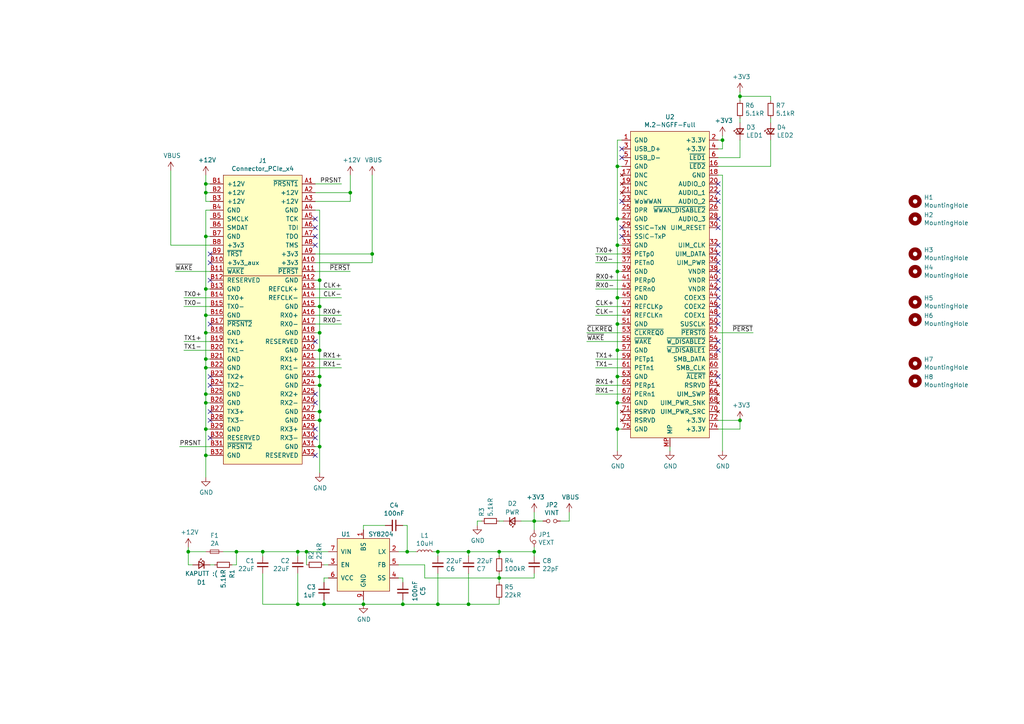
<source format=kicad_sch>
(kicad_sch (version 20250114) (generator "eeschema") (generator_version "9.0")
  (paper "A4")
  (lib_symbols
    (symbol "Device:C_Small" (pin_numbers (hide yes)) (pin_names (offset 0.254) (hide yes))
      (property "Reference" "C" (at 0.254 1.778 0))
      (property "Value" "C_Small" (at 0.254 -2.032 0))
      (symbol "C_Small_0_1"
        (polyline (pts (xy -1.524 0.508) (xy 1.524 0.508)) (stroke (width 0.3048)))
        (polyline (pts (xy -1.524 -0.508) (xy 1.524 -0.508)) (stroke (width 0.3302)))
      )
      (symbol "C_Small_1_1"
        (pin passive line (at 0 2.54 270) (length 2.032) (name "~") (number "1"))
        (pin passive line (at 0 -2.54 90) (length 2.032) (name "~") (number "2"))
      )
    )
    (symbol "Device:Fuse_Small" (pin_numbers (hide yes)) (pin_names (offset 0.254) (hide yes))
      (property "Reference" "F" (at 0 -1.524 0))
      (property "Value" "Fuse_Small" (at 0 1.524 0))
      (symbol "Fuse_Small_0_1"
        (rectangle (start -1.27 0.508) (end 1.27 -0.508))
        (polyline (pts (xy -1.27 0) (xy 1.27 0)))
      )
      (symbol "Fuse_Small_1_1"
        (pin passive line (at -2.54 0 0) (length 1.27) (name "~") (number "1"))
        (pin passive line (at 2.54 0 180) (length 1.27) (name "~") (number "2"))
      )
    )
    (symbol "Device:LED_Small" (pin_numbers (hide yes)) (pin_names (offset 0.254) (hide yes))
      (property "Reference" "D" (at -1.27 3.175 0))
      (property "Value" "LED_Small" (at -4.445 -2.54 0))
      (symbol "LED_Small_0_1"
        (polyline (pts (xy -0.762 -1.016) (xy -0.762 1.016)) (stroke (width 0.254)))
        (polyline (pts (xy 0 0.762) (xy -0.508 1.27) (xy -0.254 1.27) (xy -0.508 1.27) (xy -0.508 1.016)))
        (polyline (pts (xy 0.508 1.27) (xy 0 1.778) (xy 0.254 1.778) (xy 0 1.778) (xy 0 1.524)))
        (polyline (pts (xy 0.762 -1.016) (xy -0.762 0) (xy 0.762 1.016) (xy 0.762 -1.016)) (stroke (width 0.254)))
        (polyline (pts (xy 1.016 0) (xy -0.762 0)))
      )
      (symbol "LED_Small_1_1"
        (pin passive line (at -2.54 0 0) (length 1.778) (name "K") (number "1"))
        (pin passive line (at 2.54 0 180) (length 1.778) (name "A") (number "2"))
      )
    )
    (symbol "Device:L_Small" (pin_numbers (hide yes)) (pin_names (offset 0.254) (hide yes))
      (property "Reference" "L" (at 0.762 1.016 0))
      (property "Value" "L_Small" (at 0.762 -1.016 0))
      (symbol "L_Small_0_1"
        (arc (start 0 2.032) (mid 0.5058 1.524) (end 0 1.016))
        (arc (start 0 1.016) (mid 0.5058 0.508) (end 0 0))
        (arc (start 0 0) (mid 0.5058 -0.508) (end 0 -1.016))
        (arc (start 0 -1.016) (mid 0.5058 -1.524) (end 0 -2.032))
      )
      (symbol "L_Small_1_1"
        (pin passive line (at 0 2.54 270) (length 0.508) (name "~") (number "1"))
        (pin passive line (at 0 -2.54 90) (length 0.508) (name "~") (number "2"))
      )
    )
    (symbol "Device:R_Small" (pin_numbers (hide yes)) (pin_names (offset 0.254) (hide yes))
      (property "Reference" "R" (at 0.762 0.508 0))
      (property "Value" "R_Small" (at 0.762 -1.016 0))
      (symbol "R_Small_0_1"
        (rectangle (start -0.762 1.778) (end 0.762 -1.778) (stroke (width 0.2032)))
      )
      (symbol "R_Small_1_1"
        (pin passive line (at 0 2.54 270) (length 0.762) (name "~") (number "1"))
        (pin passive line (at 0 -2.54 90) (length 0.762) (name "~") (number "2"))
      )
    )
    (symbol "M.2-NGFF:M.2-NGFF-Full" (pin_names (offset 1.016))
      (property "Reference" "U" (at 7.62 -41.91 0))
      (property "Value" "M.2-NGFF-Full" (at 0 49.53 0))
      (symbol "M.2-NGFF-Full_1_1"
        (rectangle (start -11.43 -40.64) (end 11.43 48.26) (fill (type background)))
        (pin power_in line (at -13.97 45.72 0) (length 2.54) (name "GND") (number "1"))
        (pin bidirectional line (at -13.97 43.18 0) (length 2.54) (name "USB_D+") (number "3"))
        (pin bidirectional line (at -13.97 40.64 0) (length 2.54) (name "USB_D-") (number "5"))
        (pin power_in line (at -13.97 38.1 0) (length 2.54) (name "GND") (number "7"))
        (pin no_connect line (at -13.97 35.56 0) (length 2.54) (name "DNC") (number "17"))
        (pin no_connect line (at -13.97 33.02 0) (length 2.54) (name "DNC") (number "19"))
        (pin no_connect line (at -13.97 30.48 0) (length 2.54) (name "DNC") (number "21"))
        (pin bidirectional line (at -13.97 27.94 0) (length 2.54) (name "WoWWAN") (number "23"))
        (pin input line (at -13.97 25.4 0) (length 2.54) (name "DPR") (number "25"))
        (pin power_in line (at -13.97 22.86 0) (length 2.54) (name "GND") (number "27"))
        (pin passive line (at -13.97 20.32 0) (length 2.54) (name "SSIC-TxN") (number "29"))
        (pin passive line (at -13.97 17.78 0) (length 2.54) (name "SSIC-TxP") (number "31"))
        (pin power_in line (at -13.97 15.24 0) (length 2.54) (name "GND") (number "33"))
        (pin output line (at -13.97 12.7 0) (length 2.54) (name "PETp0") (number "35"))
        (pin output line (at -13.97 10.16 0) (length 2.54) (name "PETn0") (number "37"))
        (pin power_in line (at -13.97 7.62 0) (length 2.54) (name "GND") (number "39"))
        (pin input line (at -13.97 5.08 0) (length 2.54) (name "PERp0") (number "41"))
        (pin input line (at -13.97 2.54 0) (length 2.54) (name "PERn0") (number "43"))
        (pin power_in line (at -13.97 0 0) (length 2.54) (name "GND") (number "45"))
        (pin input line (at -13.97 -2.54 0) (length 2.54) (name "REFCLKp") (number "47"))
        (pin input line (at -13.97 -5.08 0) (length 2.54) (name "REFCLKn") (number "49"))
        (pin power_in line (at -13.97 -7.62 0) (length 2.54) (name "GND") (number "51"))
        (pin input line (at -13.97 -10.16 0) (length 2.54) (name "~{CLKREQ0}") (number "53"))
        (pin input line (at -13.97 -12.7 0) (length 2.54) (name "~{WAKE}") (number "55"))
        (pin power_in line (at -13.97 -15.24 0) (length 2.54) (name "GND") (number "57"))
        (pin output line (at -13.97 -17.78 0) (length 2.54) (name "PETp1") (number "59"))
        (pin output line (at -13.97 -20.32 0) (length 2.54) (name "PETn1") (number "61"))
        (pin power_in line (at -13.97 -22.86 0) (length 2.54) (name "GND") (number "63"))
        (pin input line (at -13.97 -25.4 0) (length 2.54) (name "PERp1") (number "65"))
        (pin input line (at -13.97 -27.94 0) (length 2.54) (name "PERn1") (number "67"))
        (pin power_in line (at -13.97 -30.48 0) (length 2.54) (name "GND") (number "69"))
        (pin no_connect line (at -13.97 -33.02 0) (length 2.54) (name "RSRVD") (number "71"))
        (pin no_connect line (at -13.97 -35.56 0) (length 2.54) (name "RSRVD") (number "73"))
        (pin power_in line (at -13.97 -38.1 0) (length 2.54) (name "GND") (number "75"))
        (pin passive line (at 0 -43.18 90) (length 2.54) (name "MP") (number "MP"))
        (pin power_in line (at 13.97 45.72 180) (length 2.54) (name "+3.3V") (number "2"))
        (pin power_in line (at 13.97 43.18 180) (length 2.54) (name "+3.3V") (number "4"))
        (pin bidirectional line (at 13.97 40.64 180) (length 2.54) (name "~{LED1}") (number "6"))
        (pin power_in line (at 13.97 38.1 180) (length 2.54) (name "~{LED2}") (number "16"))
        (pin power_in line (at 13.97 35.56 180) (length 2.54) (name "GND") (number "18"))
        (pin bidirectional line (at 13.97 33.02 180) (length 2.54) (name "AUDIO_0") (number "20"))
        (pin bidirectional line (at 13.97 30.48 180) (length 2.54) (name "AUDIO_1") (number "22"))
        (pin bidirectional line (at 13.97 27.94 180) (length 2.54) (name "AUDIO_2") (number "24"))
        (pin bidirectional line (at 13.97 25.4 180) (length 2.54) (name "~{WWAN_DISABLE2}") (number "26"))
        (pin bidirectional line (at 13.97 22.86 180) (length 2.54) (name "AUDIO_3") (number "28"))
        (pin output line (at 13.97 20.32 180) (length 2.54) (name "UIM_RESET") (number "30"))
        (pin power_out line (at 13.97 15.24 180) (length 2.54) (name "UIM_CLK") (number "32"))
        (pin bidirectional line (at 13.97 12.7 180) (length 2.54) (name "UIM_DATA") (number "34"))
        (pin power_out line (at 13.97 10.16 180) (length 2.54) (name "UIM_PWR") (number "36"))
        (pin unspecified line (at 13.97 7.62 180) (length 2.54) (name "VNDR") (number "38"))
        (pin unspecified line (at 13.97 5.08 180) (length 2.54) (name "VNDR") (number "40"))
        (pin unspecified line (at 13.97 2.54 180) (length 2.54) (name "VNDR") (number "42"))
        (pin unspecified line (at 13.97 0 180) (length 2.54) (name "COEX3") (number "44"))
        (pin unspecified line (at 13.97 -2.54 180) (length 2.54) (name "COEX2") (number "46"))
        (pin unspecified line (at 13.97 -5.08 180) (length 2.54) (name "COEX1") (number "48"))
        (pin input line (at 13.97 -7.62 180) (length 2.54) (name "SUSCLK") (number "50"))
        (pin input line (at 13.97 -10.16 180) (length 2.54) (name "~{PERST0}") (number "52"))
        (pin input line (at 13.97 -12.7 180) (length 2.54) (name "~{W_DISABLE2}") (number "54"))
        (pin input line (at 13.97 -15.24 180) (length 2.54) (name "~{W_DISABLE1}") (number "56"))
        (pin open_collector line (at 13.97 -17.78 180) (length 2.54) (name "SMB_DATA") (number "58"))
        (pin input line (at 13.97 -20.32 180) (length 2.54) (name "SMB_CLK") (number "60"))
        (pin open_collector line (at 13.97 -22.86 180) (length 2.54) (name "~{ALERT}") (number "62"))
        (pin no_connect line (at 13.97 -25.4 180) (length 2.54) (name "RSRVD") (number "64"))
        (pin no_connect line (at 13.97 -27.94 180) (length 2.54) (name "UIM_SWP") (number "66"))
        (pin no_connect line (at 13.97 -30.48 180) (length 2.54) (name "UIM_PWR_SNK") (number "68"))
        (pin no_connect line (at 13.97 -33.02 180) (length 2.54) (name "UIM_PWR_SRC") (number "70"))
        (pin power_in line (at 13.97 -35.56 180) (length 2.54) (name "+3.3V") (number "72"))
        (pin power_in line (at 13.97 -38.1 180) (length 2.54) (name "+3.3V") (number "74"))
      )
    )
    (symbol "M.2-pcie-2x-adapter-rescue:+12V-power" (power) (pin_names (offset 0))
      (property "Value" "power_+12V" (at 0 3.556 0))
      (symbol "+12V-power_0_1"
        (polyline (pts (xy -0.762 1.27) (xy 0 2.54)))
        (polyline (pts (xy 0 2.54) (xy 0.762 1.27)))
        (polyline (pts (xy 0 0) (xy 0 2.54)))
      )
      (symbol "+12V-power_1_1"
        (pin power_in line (at 0 0 90) (length 0) (hide yes) (name "+12V") (number "1"))
      )
    )
    (symbol "M.2-pcie-2x-adapter-rescue:+3V3-power" (power) (pin_names (offset 0))
      (property "Value" "power_+3V3" (at 0 3.556 0))
      (symbol "+3V3-power_0_1"
        (polyline (pts (xy -0.762 1.27) (xy 0 2.54)))
        (polyline (pts (xy 0 2.54) (xy 0.762 1.27)))
        (polyline (pts (xy 0 0) (xy 0 2.54)))
      )
      (symbol "+3V3-power_1_1"
        (pin power_in line (at 0 0 90) (length 0) (hide yes) (name "+3V3") (number "1"))
      )
    )
    (symbol "M.2-pcie-2x-adapter-rescue:GND-power" (power) (pin_names (offset 0))
      (property "Value" "power_GND" (at 0 -3.81 0))
      (symbol "GND-power_0_1"
        (polyline (pts (xy 0 0) (xy 0 -1.27) (xy 1.27 -1.27) (xy 0 -2.54) (xy -1.27 -1.27) (xy 0 -1.27)))
      )
      (symbol "GND-power_1_1"
        (pin power_in line (at 0 0 270) (length 0) (hide yes) (name "GND") (number "1"))
      )
    )
    (symbol "M.2-pcie-2x-adapter-rescue:Jumper_NC_Small-Device" (pin_numbers (hide yes)) (pin_names (offset 0.762) (hide yes))
      (property "Reference" "JP" (at 0 2.032 0))
      (property "Value" "Device_Jumper_NC_Small" (at 0.254 -1.524 0))
      (symbol "Jumper_NC_Small-Device_0_1"
        (circle (center -1.016 0) (radius 0.508))
        (arc (start -1.016 0.762) (mid 0 1.1828) (end 1.016 0.762))
        (circle (center 1.016 0) (radius 0.508))
        (pin passive line (at -2.54 0 0) (length 1.016) (name "1") (number "1"))
        (pin passive line (at 2.54 0 180) (length 1.016) (name "2") (number "2"))
      )
    )
    (symbol "M.2-pcie-2x-adapter-rescue:Jumper_NO_Small-Device" (pin_numbers (hide yes)) (pin_names (offset 0.762) (hide yes))
      (property "Reference" "JP" (at 0 2.032 0))
      (property "Value" "Device_Jumper_NO_Small" (at 0.254 -1.524 0))
      (symbol "Jumper_NO_Small-Device_0_1"
        (circle (center -1.016 0) (radius 0.508))
        (circle (center 1.016 0) (radius 0.508))
        (pin passive line (at -2.54 0 0) (length 1.016) (name "1") (number "1"))
        (pin passive line (at 2.54 0 180) (length 1.016) (name "2") (number "2"))
      )
    )
    (symbol "M.2-pcie-2x-adapter-rescue:VBUS-power" (power) (pin_names (offset 0))
      (property "Value" "power_VBUS" (at 0 3.81 0))
      (symbol "VBUS-power_0_1"
        (polyline (pts (xy -0.762 1.27) (xy 0 2.54)))
        (polyline (pts (xy 0 2.54) (xy 0.762 1.27)))
        (polyline (pts (xy 0 0) (xy 0 2.54)))
      )
      (symbol "VBUS-power_1_1"
        (pin power_in line (at 0 0 90) (length 0) (hide yes) (name "VBUS") (number "1"))
      )
    )
    (symbol "Mechanical:MountingHole" (pin_names (offset 1.016)) (exclude_from_sim yes) (in_bom no)
      (property "Reference" "H" (at 0 5.08 0))
      (property "Value" "MountingHole" (at 0 3.175 0))
      (symbol "MountingHole_0_1"
        (circle (center 0 0) (radius 1.27) (stroke (width 1.27)))
      )
    )
    (symbol "PCIe:Connector_PCIe_x4" (pin_names (offset 1.016))
      (property "Reference" "J" (at 0 44.45 0))
      (property "Value" "Connector_PCIe_x4" (at 0 44.45 0))
      (symbol "Connector_PCIe_x4_1_1"
        (rectangle (start -11.43 43.18) (end 11.43 -40.64) (fill (type background)))
        (polyline (pts (xy -11.43 13.97) (xy 11.43 13.97)))
        (pin power_in line (at -15.24 40.64 0) (length 3.81) (name "+12V") (number "B1"))
        (pin power_in line (at -15.24 38.1 0) (length 3.81) (name "+12V") (number "B2"))
        (pin power_in line (at -15.24 35.56 0) (length 3.81) (name "+12V") (number "B3"))
        (pin power_in line (at -15.24 33.02 0) (length 3.81) (name "GND") (number "B4"))
        (pin open_collector line (at -15.24 30.48 0) (length 3.81) (name "SMCLK") (number "B5"))
        (pin open_collector line (at -15.24 27.94 0) (length 3.81) (name "SMDAT") (number "B6"))
        (pin power_in line (at -15.24 25.4 0) (length 3.81) (name "GND") (number "B7"))
        (pin power_in line (at -15.24 22.86 0) (length 3.81) (name "+3v3") (number "B8"))
        (pin input line (at -15.24 20.32 0) (length 3.81) (name "~{TRST}") (number "B9"))
        (pin power_in line (at -15.24 17.78 0) (length 3.81) (name "+3v3_aux") (number "B10"))
        (pin output line (at -15.24 15.24 0) (length 3.81) (name "~{WAKE}") (number "B11"))
        (pin passive line (at -15.24 12.7 0) (length 3.81) (name "RESERVED") (number "B12"))
        (pin power_in line (at -15.24 10.16 0) (length 3.81) (name "GND") (number "B13"))
        (pin input line (at -15.24 7.62 0) (length 3.81) (name "TX0+") (number "B14"))
        (pin input line (at -15.24 5.08 0) (length 3.81) (name "TX0-") (number "B15"))
        (pin power_in line (at -15.24 2.54 0) (length 3.81) (name "GND") (number "B16"))
        (pin passive line (at -15.24 0 0) (length 3.81) (name "~{PRSNT2}") (number "B17"))
        (pin power_in line (at -15.24 -2.54 0) (length 3.81) (name "GND") (number "B18"))
        (pin input line (at -15.24 -5.08 0) (length 3.81) (name "TX1+") (number "B19"))
        (pin input line (at -15.24 -7.62 0) (length 3.81) (name "TX1-") (number "B20"))
        (pin power_in line (at -15.24 -10.16 0) (length 3.81) (name "GND") (number "B21"))
        (pin power_in line (at -15.24 -12.7 0) (length 3.81) (name "GND") (number "B22"))
        (pin input line (at -15.24 -15.24 0) (length 3.81) (name "TX2+") (number "B23"))
        (pin input line (at -15.24 -17.78 0) (length 3.81) (name "TX2-") (number "B24"))
        (pin power_in line (at -15.24 -20.32 0) (length 3.81) (name "GND") (number "B25"))
        (pin power_in line (at -15.24 -22.86 0) (length 3.81) (name "GND") (number "B26"))
        (pin input line (at -15.24 -25.4 0) (length 3.81) (name "TX3+") (number "B27"))
        (pin input line (at -15.24 -27.94 0) (length 3.81) (name "TX3-") (number "B28"))
        (pin power_in line (at -15.24 -30.48 0) (length 3.81) (name "GND") (number "B29"))
        (pin passive line (at -15.24 -33.02 0) (length 3.81) (name "RESERVED") (number "B30"))
        (pin passive line (at -15.24 -35.56 0) (length 3.81) (name "~{PRSNT2}") (number "B31"))
        (pin power_in line (at -15.24 -38.1 0) (length 3.81) (name "GND") (number "B32"))
        (pin passive line (at 15.24 40.64 180) (length 3.81) (name "~{PRSNT1}") (number "A1"))
        (pin power_in line (at 15.24 38.1 180) (length 3.81) (name "+12V") (number "A2"))
        (pin power_in line (at 15.24 35.56 180) (length 3.81) (name "+12V") (number "A3"))
        (pin power_in line (at 15.24 33.02 180) (length 3.81) (name "GND") (number "A4"))
        (pin input line (at 15.24 30.48 180) (length 3.81) (name "TCK") (number "A5"))
        (pin input line (at 15.24 27.94 180) (length 3.81) (name "TDI") (number "A6"))
        (pin output line (at 15.24 25.4 180) (length 3.81) (name "TDO") (number "A7"))
        (pin input line (at 15.24 22.86 180) (length 3.81) (name "TMS") (number "A8"))
        (pin power_in line (at 15.24 20.32 180) (length 3.81) (name "+3v3") (number "A9"))
        (pin power_in line (at 15.24 17.78 180) (length 3.81) (name "+3v3") (number "A10"))
        (pin input line (at 15.24 15.24 180) (length 3.81) (name "~{PERST}") (number "A11"))
        (pin power_in line (at 15.24 12.7 180) (length 3.81) (name "GND") (number "A12"))
        (pin input line (at 15.24 10.16 180) (length 3.81) (name "REFCLK+") (number "A13"))
        (pin input line (at 15.24 7.62 180) (length 3.81) (name "REFCLK-") (number "A14"))
        (pin power_in line (at 15.24 5.08 180) (length 3.81) (name "GND") (number "A15"))
        (pin output line (at 15.24 2.54 180) (length 3.81) (name "RX0+") (number "A16"))
        (pin output line (at 15.24 0 180) (length 3.81) (name "RX0-") (number "A17"))
        (pin power_in line (at 15.24 -2.54 180) (length 3.81) (name "GND") (number "A18"))
        (pin passive line (at 15.24 -5.08 180) (length 3.81) (name "RESERVED") (number "A19"))
        (pin power_in line (at 15.24 -7.62 180) (length 3.81) (name "GND") (number "A20"))
        (pin output line (at 15.24 -10.16 180) (length 3.81) (name "RX1+") (number "A21"))
        (pin output line (at 15.24 -12.7 180) (length 3.81) (name "RX1-") (number "A22"))
        (pin power_in line (at 15.24 -15.24 180) (length 3.81) (name "GND") (number "A23"))
        (pin power_in line (at 15.24 -17.78 180) (length 3.81) (name "GND") (number "A24"))
        (pin output line (at 15.24 -20.32 180) (length 3.81) (name "RX2+") (number "A25"))
        (pin output line (at 15.24 -22.86 180) (length 3.81) (name "RX2-") (number "A26"))
        (pin power_in line (at 15.24 -25.4 180) (length 3.81) (name "GND") (number "A27"))
        (pin power_in line (at 15.24 -27.94 180) (length 3.81) (name "GND") (number "A28"))
        (pin output line (at 15.24 -30.48 180) (length 3.81) (name "RX3+") (number "A29"))
        (pin output line (at 15.24 -33.02 180) (length 3.81) (name "RX3-") (number "A30"))
        (pin power_in line (at 15.24 -35.56 180) (length 3.81) (name "GND") (number "A31"))
        (pin passive line (at 15.24 -38.1 180) (length 3.81) (name "RESERVED") (number "A32"))
      )
    )
    (symbol "Regulator_Switching_Silergy:SY8204" (pin_names (offset 1.016))
      (property "Reference" "U" (at -5.08 8.89 0))
      (property "Value" "SY8204" (at 5.08 8.89 0))
      (symbol "SY8204_0_1"
        (rectangle (start -7.62 7.62) (end 7.62 -7.62) (fill (type background)))
      )
      (symbol "SY8204_1_1"
        (pin power_in line (at -10.16 3.81 0) (length 2.54) (name "VIN") (number "7"))
        (pin power_in line (at -10.16 3.81 0) (length 2.54) (hide yes) (name "VIN") (number "8"))
        (pin input line (at -10.16 0 0) (length 2.54) (name "EN") (number "3"))
        (pin power_out line (at -10.16 -3.81 0) (length 2.54) (name "VCC") (number "6"))
        (pin input line (at 0 10.16 270) (length 2.54) (name "BS") (number "1"))
        (pin power_in line (at 0 -10.16 90) (length 2.54) (name "GND") (number "9"))
        (pin output line (at 10.16 3.81 180) (length 2.54) (name "LX") (number "2"))
        (pin input line (at 10.16 0 180) (length 2.54) (name "FB") (number "5"))
        (pin input line (at 10.16 -3.81 180) (length 2.54) (name "SS") (number "4"))
      )
    )
  )
  (junction (at 92.71 81.28))
  (junction (at 144.78 160.02))
  (junction (at 92.71 129.54))
  (junction (at 59.69 55.88))
  (junction (at 92.71 119.38))
  (junction (at 59.69 116.84))
  (junction (at 54.61 160.02))
  (junction (at 179.07 124.46))
  (junction (at 214.63 27.94))
  (junction (at 179.07 78.74))
  (junction (at 59.69 104.14))
  (junction (at 59.69 114.3))
  (junction (at 154.94 160.02))
  (junction (at 76.2 160.02))
  (junction (at 92.71 111.76))
  (junction (at 105.41 175.26))
  (junction (at 179.07 101.6))
  (junction (at 86.36 160.02))
  (junction (at 88.9 160.02))
  (junction (at 101.6 55.88))
  (junction (at 92.71 88.9))
  (junction (at 93.98 175.26))
  (junction (at 135.89 175.26))
  (junction (at 179.07 116.84))
  (junction (at 86.36 175.26))
  (junction (at 118.11 160.02))
  (junction (at 59.69 68.58))
  (junction (at 59.69 53.34))
  (junction (at 59.69 83.82))
  (junction (at 59.69 106.68))
  (junction (at 59.69 91.44))
  (junction (at 107.95 73.66))
  (junction (at 92.71 121.92))
  (junction (at 179.07 93.98))
  (junction (at 179.07 63.5))
  (junction (at 135.89 160.02))
  (junction (at 116.84 175.26))
  (junction (at 92.71 109.22))
  (junction (at 59.69 132.08))
  (junction (at 59.69 96.52))
  (junction (at 127 160.02))
  (junction (at 179.07 71.12))
  (junction (at 144.78 167.64))
  (junction (at 59.69 124.46))
  (junction (at 92.71 101.6))
  (junction (at 214.63 121.92))
  (junction (at 179.07 86.36))
  (junction (at 68.58 160.02))
  (junction (at 209.55 40.64))
  (junction (at 179.07 109.22))
  (junction (at 179.07 48.26))
  (junction (at 154.94 151.13))
  (junction (at 127 175.26))
  (junction (at 92.71 96.52))
  (no_connect (at 60.96 93.98))
  (no_connect (at 208.28 71.12))
  (no_connect (at 208.28 58.42))
  (no_connect (at 208.28 76.2))
  (no_connect (at 60.96 109.22))
  (no_connect (at 208.28 93.98))
  (no_connect (at 180.34 45.72))
  (no_connect (at 91.44 63.5))
  (no_connect (at 60.96 73.66))
  (no_connect (at 208.28 53.34))
  (no_connect (at 208.28 73.66))
  (no_connect (at 91.44 66.04))
  (no_connect (at 60.96 127))
  (no_connect (at 91.44 124.46))
  (no_connect (at 60.96 119.38))
  (no_connect (at 208.28 81.28))
  (no_connect (at 208.28 63.5))
  (no_connect (at 208.28 78.74))
  (no_connect (at 208.28 91.44))
  (no_connect (at 91.44 71.12))
  (no_connect (at 91.44 127))
  (no_connect (at 60.96 111.76))
  (no_connect (at 208.28 88.9))
  (no_connect (at 60.96 76.2))
  (no_connect (at 180.34 58.42))
  (no_connect (at 91.44 116.84))
  (no_connect (at 208.28 55.88))
  (no_connect (at 60.96 121.92))
  (no_connect (at 208.28 101.6))
  (no_connect (at 208.28 99.06))
  (no_connect (at 91.44 99.06))
  (no_connect (at 208.28 83.82))
  (no_connect (at 91.44 68.58))
  (no_connect (at 208.28 86.36))
  (no_connect (at 91.44 114.3))
  (no_connect (at 91.44 132.08))
  (no_connect (at 208.28 109.22))
  (no_connect (at 180.34 43.18))
  (no_connect (at 60.96 81.28))
  (no_connect (at 180.34 66.04))
  (no_connect (at 208.28 66.04))
  (no_connect (at 180.34 68.58))
  (wire (pts (xy 59.69 106.68) (xy 60.96 106.68)))
  (wire (pts (xy 59.69 124.46) (xy 60.96 124.46)))
  (wire (pts (xy 101.6 58.42) (xy 91.44 58.42)))
  (wire (pts (xy 59.69 83.82) (xy 60.96 83.82)))
  (wire (pts (xy 52.07 129.54) (xy 60.96 129.54)))
  (wire (pts (xy 144.78 151.13) (xy 146.05 151.13)))
  (wire (pts (xy 91.44 55.88) (xy 101.6 55.88)))
  (wire (pts (xy 92.71 88.9) (xy 92.71 81.28)))
  (wire (pts (xy 68.58 163.83) (xy 68.58 160.02)))
  (wire (pts (xy 92.71 101.6) (xy 91.44 101.6)))
  (wire (pts (xy 54.61 160.02) (xy 59.69 160.02)))
  (wire (pts (xy 91.44 76.2) (xy 107.95 76.2)))
  (wire (pts (xy 179.07 71.12) (xy 179.07 63.5)))
  (wire (pts (xy 172.72 88.9) (xy 180.34 88.9)))
  (wire (pts (xy 214.63 45.72) (xy 214.63 40.64)))
  (wire (pts (xy 116.84 175.26) (xy 127 175.26)))
  (wire (pts (xy 172.72 106.68) (xy 180.34 106.68)))
  (wire (pts (xy 55.88 163.83) (xy 54.61 163.83)))
  (wire (pts (xy 179.07 48.26) (xy 179.07 40.64)))
  (wire (pts (xy 115.57 167.64) (xy 116.84 167.64)))
  (wire (pts (xy 223.52 48.26) (xy 223.52 40.64)))
  (wire (pts (xy 138.43 151.13) (xy 138.43 152.4)))
  (wire (pts (xy 93.98 163.83) (xy 95.25 163.83)))
  (wire (pts (xy 172.72 76.2) (xy 180.34 76.2)))
  (wire (pts (xy 92.71 109.22) (xy 92.71 101.6)))
  (wire (pts (xy 92.71 129.54) (xy 92.71 121.92)))
  (wire (pts (xy 179.07 86.36) (xy 180.34 86.36)))
  (wire (pts (xy 93.98 175.26) (xy 86.36 175.26)))
  (wire (pts (xy 59.69 116.84) (xy 60.96 116.84)))
  (wire (pts (xy 92.71 96.52) (xy 92.71 88.9)))
  (wire (pts (xy 59.69 53.34) (xy 60.96 53.34)))
  (wire (pts (xy 135.89 160.02) (xy 144.78 160.02)))
  (wire (pts (xy 92.71 88.9) (xy 91.44 88.9)))
  (wire (pts (xy 209.55 43.18) (xy 208.28 43.18)))
  (wire (pts (xy 59.69 132.08) (xy 59.69 124.46)))
  (wire (pts (xy 59.69 104.14) (xy 60.96 104.14)))
  (wire (pts (xy 154.94 151.13) (xy 154.94 148.59)))
  (wire (pts (xy 59.69 50.8) (xy 59.69 53.34)))
  (wire (pts (xy 101.6 78.74) (xy 91.44 78.74)))
  (wire (pts (xy 107.95 50.8) (xy 107.95 73.66)))
  (wire (pts (xy 214.63 121.92) (xy 214.63 124.46)))
  (wire (pts (xy 59.69 91.44) (xy 59.69 83.82)))
  (wire (pts (xy 208.28 40.64) (xy 209.55 40.64)))
  (wire (pts (xy 115.57 160.02) (xy 118.11 160.02)))
  (wire (pts (xy 88.9 163.83) (xy 88.9 160.02)))
  (wire (pts (xy 68.58 160.02) (xy 76.2 160.02)))
  (wire (pts (xy 135.89 175.26) (xy 135.89 166.37)))
  (wire (pts (xy 64.77 160.02) (xy 68.58 160.02)))
  (wire (pts (xy 59.69 104.14) (xy 59.69 96.52)))
  (wire (pts (xy 135.89 160.02) (xy 135.89 161.29)))
  (wire (pts (xy 92.71 121.92) (xy 92.71 119.38)))
  (wire (pts (xy 154.94 158.75) (xy 154.94 160.02)))
  (wire (pts (xy 92.71 81.28) (xy 92.71 60.96)))
  (wire (pts (xy 180.34 116.84) (xy 179.07 116.84)))
  (wire (pts (xy 179.07 86.36) (xy 179.07 78.74)))
  (wire (pts (xy 179.07 40.64) (xy 180.34 40.64)))
  (wire (pts (xy 93.98 175.26) (xy 105.41 175.26)))
  (wire (pts (xy 179.07 93.98) (xy 179.07 86.36)))
  (wire (pts (xy 165.1 148.59) (xy 165.1 151.13)))
  (wire (pts (xy 92.71 81.28) (xy 91.44 81.28)))
  (wire (pts (xy 116.84 167.64) (xy 116.84 168.91)))
  (wire (pts (xy 76.2 160.02) (xy 76.2 161.29)))
  (wire (pts (xy 60.96 86.36) (xy 53.34 86.36)))
  (wire (pts (xy 76.2 175.26) (xy 76.2 166.37)))
  (wire (pts (xy 179.07 101.6) (xy 179.07 93.98)))
  (wire (pts (xy 157.48 151.13) (xy 154.94 151.13)))
  (wire (pts (xy 144.78 160.02) (xy 154.94 160.02)))
  (wire (pts (xy 92.71 111.76) (xy 92.71 109.22)))
  (wire (pts (xy 144.78 167.64) (xy 154.94 167.64)))
  (wire (pts (xy 118.11 160.02) (xy 120.65 160.02)))
  (wire (pts (xy 59.69 55.88) (xy 59.69 58.42)))
  (wire (pts (xy 209.55 40.64) (xy 209.55 43.18)))
  (wire (pts (xy 92.71 121.92) (xy 91.44 121.92)))
  (wire (pts (xy 92.71 101.6) (xy 92.71 96.52)))
  (wire (pts (xy 107.95 76.2) (xy 107.95 73.66)))
  (wire (pts (xy 86.36 160.02) (xy 76.2 160.02)))
  (wire (pts (xy 135.89 175.26) (xy 144.78 175.26)))
  (wire (pts (xy 62.23 163.83) (xy 60.96 163.83)))
  (wire (pts (xy 59.69 91.44) (xy 60.96 91.44)))
  (wire (pts (xy 91.44 91.44) (xy 99.06 91.44)))
  (wire (pts (xy 179.07 71.12) (xy 180.34 71.12)))
  (wire (pts (xy 92.71 109.22) (xy 91.44 109.22)))
  (wire (pts (xy 154.94 167.64) (xy 154.94 166.37)))
  (wire (pts (xy 99.06 93.98) (xy 91.44 93.98)))
  (wire (pts (xy 180.34 73.66) (xy 172.72 73.66)))
  (wire (pts (xy 59.69 132.08) (xy 60.96 132.08)))
  (wire (pts (xy 127 175.26) (xy 135.89 175.26)))
  (wire (pts (xy 144.78 167.64) (xy 144.78 168.91)))
  (wire (pts (xy 144.78 175.26) (xy 144.78 173.99)))
  (wire (pts (xy 179.07 78.74) (xy 180.34 78.74)))
  (wire (pts (xy 179.07 63.5) (xy 179.07 48.26)))
  (wire (pts (xy 99.06 53.34) (xy 91.44 53.34)))
  (wire (pts (xy 218.44 96.52) (xy 208.28 96.52)))
  (wire (pts (xy 91.44 106.68) (xy 99.06 106.68)))
  (wire (pts (xy 99.06 86.36) (xy 91.44 86.36)))
  (wire (pts (xy 179.07 116.84) (xy 179.07 124.46)))
  (wire (pts (xy 92.71 119.38) (xy 92.71 111.76)))
  (wire (pts (xy 92.71 111.76) (xy 91.44 111.76)))
  (wire (pts (xy 165.1 151.13) (xy 162.56 151.13)))
  (wire (pts (xy 127 160.02) (xy 125.73 160.02)))
  (wire (pts (xy 54.61 163.83) (xy 54.61 160.02)))
  (wire (pts (xy 194.31 130.81) (xy 194.31 129.54)))
  (wire (pts (xy 101.6 55.88) (xy 101.6 58.42)))
  (wire (pts (xy 179.07 63.5) (xy 180.34 63.5)))
  (wire (pts (xy 60.96 99.06) (xy 53.34 99.06)))
  (wire (pts (xy 59.69 68.58) (xy 60.96 68.58)))
  (wire (pts (xy 116.84 173.99) (xy 116.84 175.26)))
  (wire (pts (xy 67.31 163.83) (xy 68.58 163.83)))
  (wire (pts (xy 49.53 71.12) (xy 60.96 71.12)))
  (wire (pts (xy 127 160.02) (xy 135.89 160.02)))
  (wire (pts (xy 92.71 129.54) (xy 91.44 129.54)))
  (wire (pts (xy 53.34 88.9) (xy 60.96 88.9)))
  (wire (pts (xy 92.71 137.16) (xy 92.71 129.54)))
  (wire (pts (xy 151.13 151.13) (xy 154.94 151.13)))
  (wire (pts (xy 179.07 130.81) (xy 179.07 124.46)))
  (wire (pts (xy 59.69 138.43) (xy 59.69 132.08)))
  (wire (pts (xy 59.69 124.46) (xy 59.69 116.84)))
  (wire (pts (xy 59.69 58.42) (xy 60.96 58.42)))
  (wire (pts (xy 93.98 167.64) (xy 93.98 168.91)))
  (wire (pts (xy 59.69 60.96) (xy 60.96 60.96)))
  (wire (pts (xy 60.96 55.88) (xy 59.69 55.88)))
  (wire (pts (xy 59.69 116.84) (xy 59.69 114.3)))
  (wire (pts (xy 92.71 96.52) (xy 91.44 96.52)))
  (wire (pts (xy 60.96 101.6) (xy 53.34 101.6)))
  (wire (pts (xy 209.55 39.37) (xy 209.55 40.64)))
  (wire (pts (xy 208.28 48.26) (xy 223.52 48.26)))
  (wire (pts (xy 144.78 160.02) (xy 144.78 161.29)))
  (wire (pts (xy 127 161.29) (xy 127 160.02)))
  (wire (pts (xy 59.69 96.52) (xy 59.69 91.44)))
  (wire (pts (xy 154.94 160.02) (xy 154.94 161.29)))
  (wire (pts (xy 223.52 34.29) (xy 223.52 35.56)))
  (wire (pts (xy 54.61 158.75) (xy 54.61 160.02)))
  (wire (pts (xy 214.63 27.94) (xy 214.63 29.21)))
  (wire (pts (xy 214.63 26.67) (xy 214.63 27.94)))
  (wire (pts (xy 180.34 104.14) (xy 172.72 104.14)))
  (wire (pts (xy 115.57 163.83) (xy 123.19 163.83)))
  (wire (pts (xy 107.95 73.66) (xy 91.44 73.66)))
  (wire (pts (xy 123.19 167.64) (xy 144.78 167.64)))
  (wire (pts (xy 179.07 109.22) (xy 179.07 101.6)))
  (wire (pts (xy 172.72 114.3) (xy 180.34 114.3)))
  (wire (pts (xy 99.06 83.82) (xy 91.44 83.82)))
  (wire (pts (xy 88.9 160.02) (xy 86.36 160.02)))
  (wire (pts (xy 179.07 48.26) (xy 180.34 48.26)))
  (wire (pts (xy 59.69 114.3) (xy 59.69 106.68)))
  (wire (pts (xy 91.44 104.14) (xy 99.06 104.14)))
  (wire (pts (xy 208.28 45.72) (xy 214.63 45.72)))
  (wire (pts (xy 59.69 83.82) (xy 59.69 68.58)))
  (wire (pts (xy 223.52 27.94) (xy 223.52 29.21)))
  (wire (pts (xy 101.6 50.8) (xy 101.6 55.88)))
  (wire (pts (xy 209.55 50.8) (xy 208.28 50.8)))
  (wire (pts (xy 179.07 116.84) (xy 179.07 109.22)))
  (wire (pts (xy 154.94 153.67) (xy 154.94 151.13)))
  (wire (pts (xy 92.71 119.38) (xy 91.44 119.38)))
  (wire (pts (xy 59.69 106.68) (xy 59.69 104.14)))
  (wire (pts (xy 139.7 151.13) (xy 138.43 151.13)))
  (wire (pts (xy 105.41 173.99) (xy 105.41 175.26)))
  (wire (pts (xy 209.55 130.81) (xy 209.55 50.8)))
  (wire (pts (xy 214.63 27.94) (xy 223.52 27.94)))
  (wire (pts (xy 179.07 93.98) (xy 180.34 93.98)))
  (wire (pts (xy 59.69 68.58) (xy 59.69 60.96)))
  (wire (pts (xy 180.34 111.76) (xy 172.72 111.76)))
  (wire (pts (xy 111.76 152.4) (xy 105.41 152.4)))
  (wire (pts (xy 208.28 121.92) (xy 214.63 121.92)))
  (wire (pts (xy 59.69 96.52) (xy 60.96 96.52)))
  (wire (pts (xy 170.18 99.06) (xy 180.34 99.06)))
  (wire (pts (xy 172.72 83.82) (xy 180.34 83.82)))
  (wire (pts (xy 127 175.26) (xy 127 166.37)))
  (wire (pts (xy 86.36 175.26) (xy 86.36 166.37)))
  (wire (pts (xy 179.07 78.74) (xy 179.07 71.12)))
  (wire (pts (xy 172.72 91.44) (xy 180.34 91.44)))
  (wire (pts (xy 118.11 152.4) (xy 116.84 152.4)))
  (wire (pts (xy 105.41 152.4) (xy 105.41 153.67)))
  (wire (pts (xy 93.98 175.26) (xy 93.98 173.99)))
  (wire (pts (xy 214.63 124.46) (xy 208.28 124.46)))
  (wire (pts (xy 49.53 49.53) (xy 49.53 71.12)))
  (wire (pts (xy 179.07 124.46) (xy 180.34 124.46)))
  (wire (pts (xy 59.69 114.3) (xy 60.96 114.3)))
  (wire (pts (xy 180.34 81.28) (xy 172.72 81.28)))
  (wire (pts (xy 170.18 96.52) (xy 180.34 96.52)))
  (wire (pts (xy 86.36 175.26) (xy 76.2 175.26)))
  (wire (pts (xy 92.71 60.96) (xy 91.44 60.96)))
  (wire (pts (xy 95.25 160.02) (xy 88.9 160.02)))
  (wire (pts (xy 123.19 163.83) (xy 123.19 167.64)))
  (wire (pts (xy 214.63 35.56) (xy 214.63 34.29)))
  (wire (pts (xy 50.8 78.74) (xy 60.96 78.74)))
  (wire (pts (xy 179.07 109.22) (xy 180.34 109.22)))
  (wire (pts (xy 180.34 101.6) (xy 179.07 101.6)))
  (wire (pts (xy 59.69 53.34) (xy 59.69 55.88)))
  (wire (pts (xy 86.36 160.02) (xy 86.36 161.29)))
  (wire (pts (xy 95.25 167.64) (xy 93.98 167.64)))
  (wire (pts (xy 118.11 160.02) (xy 118.11 152.4)))
  (wire (pts (xy 105.41 175.26) (xy 116.84 175.26)))
  (wire (pts (xy 144.78 166.37) (xy 144.78 167.64)))
  (label "~{PERST}" (at 218.44 96.52 180))
  (label "~{CLKREQ}" (at 170.18 96.52 0))
  (label "CLK-" (at 99.06 86.36 180))
  (label "~{WAKE}" (at 170.18 99.06 0))
  (label "RX1-" (at 172.72 114.3 0))
  (label "TX1+" (at 53.34 99.06 0))
  (label "TX1-" (at 53.34 101.6 0))
  (label "PRSNT" (at 52.07 129.54 0))
  (label "TX0-" (at 53.34 88.9 0))
  (label "RX1+" (at 99.06 104.14 180))
  (label "RX0-" (at 172.72 83.82 0))
  (label "TX0-" (at 172.72 76.2 0))
  (label "TX1-" (at 172.72 106.68 0))
  (label "RX0+" (at 172.72 81.28 0))
  (label "CLK+" (at 172.72 88.9 0))
  (label "PRSNT" (at 99.06 53.34 180))
  (label "CLK+" (at 99.06 83.82 180))
  (label "RX0+" (at 99.06 91.44 180))
  (label "~{PERST}" (at 101.6 78.74 180))
  (label "TX0+" (at 53.34 86.36 0))
  (label "RX1+" (at 172.72 111.76 0))
  (label "~{WAKE}" (at 50.8 78.74 0))
  (label "CLK-" (at 172.72 91.44 0))
  (label "RX1-" (at 99.06 106.68 180))
  (label "TX0+" (at 172.72 73.66 0))
  (label "TX1+" (at 172.72 104.14 0))
  (label "RX0-" (at 99.06 93.98 180))
  (symbol (lib_id "M.2-NGFF:M.2-NGFF-Full") (at 194.31 86.36 0) (unit 1)
    (property "Reference" "U2" (at 194.31 33.909 0))
    (property "Value" "M.2-NGFF-Full" (at 194.31 36.2204 0))
    (property "Footprint" "amphenol-m.2:MDTXXXXXX001" (effects (hide yes)))
  )
  (symbol (lib_id "PCIe:Connector_PCIe_x4") (at 76.2 93.98 0) (unit 1)
    (property "Reference" "J1" (at 76.2 46.609 0))
    (property "Value" "Connector_PCIe_x4" (at 76.2 48.9204 0))
    (property "Footprint" "Connector_PCBEdge:BUS_PCIexpress_x4" (effects (hide yes)))
  )
  (symbol (lib_id "M.2-pcie-2x-adapter-rescue:+12V-power") (at 101.6 50.8 0) (unit 1)
    (property "Reference" "#PWR0101" (effects (hide yes)))
    (property "Value" "+12V" (at 101.981 46.4058 0))
  )
  (symbol (lib_id "M.2-pcie-2x-adapter-rescue:+12V-power") (at 59.69 50.8 0) (unit 1)
    (property "Reference" "#PWR0102" (effects (hide yes)))
    (property "Value" "+12V" (at 60.071 46.4058 0))
  )
  (symbol (lib_id "M.2-pcie-2x-adapter-rescue:+3V3-power") (at 209.55 39.37 0) (unit 1)
    (property "Reference" "#PWR0103" (effects (hide yes)))
    (property "Value" "+3V3" (at 209.931 34.9758 0))
  )
  (symbol (lib_id "M.2-pcie-2x-adapter-rescue:+3V3-power") (at 214.63 121.92 0) (unit 1)
    (property "Reference" "#PWR0104" (effects (hide yes)))
    (property "Value" "+3V3" (at 215.011 117.5258 0))
  )
  (symbol (lib_id "M.2-pcie-2x-adapter-rescue:GND-power") (at 179.07 130.81 0) (unit 1)
    (property "Reference" "#PWR0105" (effects (hide yes)))
    (property "Value" "GND" (at 179.197 135.2042 0))
  )
  (symbol (lib_id "M.2-pcie-2x-adapter-rescue:GND-power") (at 209.55 130.81 0) (unit 1)
    (property "Reference" "#PWR0106" (effects (hide yes)))
    (property "Value" "GND" (at 209.677 135.2042 0))
  )
  (symbol (lib_id "M.2-pcie-2x-adapter-rescue:GND-power") (at 92.71 137.16 0) (unit 1)
    (property "Reference" "#PWR0107" (effects (hide yes)))
    (property "Value" "GND" (at 92.837 141.5542 0))
  )
  (symbol (lib_id "M.2-pcie-2x-adapter-rescue:GND-power") (at 59.69 138.43 0) (unit 1)
    (property "Reference" "#PWR0108" (effects (hide yes)))
    (property "Value" "GND" (at 59.817 142.8242 0))
  )
  (symbol (lib_id "M.2-pcie-2x-adapter-rescue:GND-power") (at 194.31 130.81 0) (unit 1)
    (property "Reference" "#PWR0109" (effects (hide yes)))
    (property "Value" "GND" (at 194.437 135.2042 0))
  )
  (symbol (lib_id "Device:LED_Small") (at 214.63 38.1 90) (unit 1)
    (property "Reference" "D3" (at 216.408 36.9316 90) (effects (justify right)))
    (property "Value" "LED1" (at 216.408 39.243 90) (effects (justify right)))
    (property "Footprint" "LED_SMD:LED_0603_1608Metric" (effects (hide yes)))
    (property "LCSC" "C72038" (effects (hide yes)))
  )
  (symbol (lib_id "Device:LED_Small") (at 223.52 38.1 90) (unit 1)
    (property "Reference" "D4" (at 225.298 36.9316 90) (effects (justify right)))
    (property "Value" "LED2" (at 225.298 39.243 90) (effects (justify right)))
    (property "Footprint" "LED_SMD:LED_0603_1608Metric" (effects (hide yes)))
    (property "LCSC" "C2290" (effects (hide yes)))
  )
  (symbol (lib_id "Device:R_Small") (at 214.63 31.75 0) (unit 1)
    (property "Reference" "R6" (at 216.1286 30.5816 0) (effects (justify left)))
    (property "Value" "5.1kR" (at 216.1286 32.893 0) (effects (justify left)))
    (property "Footprint" "Resistor_SMD:R_0402_1005Metric" (effects (hide yes)))
    (property "LCSC" "C25905" (effects (hide yes)))
  )
  (symbol (lib_id "M.2-pcie-2x-adapter-rescue:+3V3-power") (at 214.63 26.67 0) (unit 1)
    (property "Reference" "#PWR0110" (effects (hide yes)))
    (property "Value" "+3V3" (at 215.011 22.2758 0))
  )
  (symbol (lib_id "Regulator_Switching_Silergy:SY8204") (at 105.41 163.83 0) (unit 1)
    (property "Reference" "U1" (at 100.33 154.94 0))
    (property "Value" "SY8204" (at 110.49 154.94 0))
    (property "Footprint" "Package_SO:HSOP-8-1EP_3.9x4.9mm_P1.27mm_EP2.41x3.1mm_ThermalVias" (effects (hide yes)))
    (property "Datasheet" "https://datasheet.lcsc.com/szlcsc/Silergy-Corp-SY8204FCC_C125895.pdf" (effects (hide yes)))
    (property "LCSC" "C125895" (effects (hide yes)))
  )
  (symbol (lib_id "Device:L_Small") (at 123.19 160.02 90) (unit 1)
    (property "Reference" "L1" (at 123.19 155.321 90))
    (property "Value" "10uH" (at 123.19 157.6324 90))
    (property "Footprint" "Inductor_SMD:L_Sumida_CDMC6D28_7.25x6.5mm" (effects (hide yes)))
    (property "LCSC" "C167223" (effects (hide yes)))
  )
  (symbol (lib_id "Device:C_Small") (at 114.3 152.4 270) (unit 1)
    (property "Reference" "C4" (at 114.3 146.5834 90))
    (property "Value" "100nF" (at 114.3 148.8948 90))
    (property "Footprint" "Capacitor_SMD:C_0402_1005Metric" (effects (hide yes)))
    (property "LSCS" "C1525" (effects (hide yes)))
  )
  (symbol (lib_id "Device:C_Small") (at 86.36 163.83 0) (mirror x) (unit 1)
    (property "Reference" "C2" (at 84.0486 162.6616 0) (effects (justify right)))
    (property "Value" "22uF" (at 84.0486 164.973 0) (effects (justify right)))
    (property "Footprint" "Capacitor_SMD:C_0805_2012Metric" (effects (hide yes)))
    (property "LCSC" "C45783" (effects (hide yes)))
  )
  (symbol (lib_id "Device:C_Small") (at 76.2 163.83 0) (mirror x) (unit 1)
    (property "Reference" "C1" (at 73.8886 162.6616 0) (effects (justify right)))
    (property "Value" "22uF" (at 73.8886 164.973 0) (effects (justify right)))
    (property "Footprint" "Capacitor_SMD:C_0805_2012Metric" (effects (hide yes)))
    (property "LCSC" "C45783" (effects (hide yes)))
  )
  (symbol (lib_id "Device:C_Small") (at 93.98 171.45 0) (mirror x) (unit 1)
    (property "Reference" "C3" (at 91.6432 170.2816 0) (effects (justify right)))
    (property "Value" "1uF" (at 91.6432 172.593 0) (effects (justify right)))
    (property "Footprint" "Capacitor_SMD:C_0402_1005Metric" (effects (hide yes)))
    (property "LCSC" "C52923" (effects (hide yes)))
  )
  (symbol (lib_id "M.2-pcie-2x-adapter-rescue:GND-power") (at 105.41 175.26 0) (unit 1)
    (property "Reference" "#PWR0111" (effects (hide yes)))
    (property "Value" "GND" (at 105.537 179.6542 0))
  )
  (symbol (lib_id "Device:C_Small") (at 127 163.83 0) (mirror y) (unit 1)
    (property "Reference" "C6" (at 129.3114 164.9984 0) (effects (justify right)))
    (property "Value" "22uF" (at 129.3114 162.687 0) (effects (justify right)))
    (property "Footprint" "Capacitor_SMD:C_0805_2012Metric" (effects (hide yes)))
    (property "LCSC" "C45783" (effects (hide yes)))
  )
  (symbol (lib_id "Device:C_Small") (at 116.84 171.45 180) (unit 1)
    (property "Reference" "C5" (at 122.6566 171.45 90))
    (property "Value" "100nF" (at 120.3452 171.45 90))
    (property "Footprint" "Capacitor_SMD:C_0402_1005Metric" (effects (hide yes)))
    (property "LSCS" "C1525" (effects (hide yes)))
  )
  (symbol (lib_id "Device:C_Small") (at 135.89 163.83 0) (mirror y) (unit 1)
    (property "Reference" "C7" (at 138.2014 164.9984 0) (effects (justify right)))
    (property "Value" "22uF" (at 138.2014 162.687 0) (effects (justify right)))
    (property "Footprint" "Capacitor_SMD:C_0805_2012Metric" (effects (hide yes)))
    (property "LCSC" "C45783" (effects (hide yes)))
  )
  (symbol (lib_id "Device:R_Small") (at 144.78 163.83 0) (unit 1)
    (property "Reference" "R4" (at 146.2786 162.6616 0) (effects (justify left)))
    (property "Value" "100kR" (at 146.2786 164.973 0) (effects (justify left)))
    (property "Footprint" "Resistor_SMD:R_0402_1005Metric" (effects (hide yes)))
    (property "LCSC" "C25741" (effects (hide yes)))
  )
  (symbol (lib_id "Device:R_Small") (at 144.78 171.45 0) (unit 1)
    (property "Reference" "R5" (at 146.2786 170.2816 0) (effects (justify left)))
    (property "Value" "22kR" (at 146.2786 172.593 0) (effects (justify left)))
    (property "Footprint" "Resistor_SMD:R_0402_1005Metric" (effects (hide yes)))
    (property "LCSC" "C25768" (effects (hide yes)))
  )
  (symbol (lib_id "M.2-pcie-2x-adapter-rescue:+12V-power") (at 54.61 158.75 0) (unit 1)
    (property "Reference" "#PWR0112" (effects (hide yes)))
    (property "Value" "+12V" (at 54.991 154.3558 0))
  )
  (symbol (lib_id "Device:Fuse_Small") (at 62.23 160.02 0) (unit 1)
    (property "Reference" "F1" (at 62.23 155.321 0))
    (property "Value" "2A" (at 62.23 157.6324 0))
    (property "Footprint" "Fuse:Fuse_Littelfuse-NANO2-451_453" (effects (hide yes)))
    (property "LCSC" "C99547" (effects (hide yes)))
  )
  (symbol (lib_id "M.2-pcie-2x-adapter-rescue:VBUS-power") (at 107.95 50.8 0) (unit 1)
    (property "Reference" "#PWR0113" (effects (hide yes)))
    (property "Value" "VBUS" (at 108.331 46.4058 0))
  )
  (symbol (lib_id "M.2-pcie-2x-adapter-rescue:VBUS-power") (at 49.53 49.53 0) (unit 1)
    (property "Reference" "#PWR0114" (effects (hide yes)))
    (property "Value" "VBUS" (at 49.911 45.1358 0))
  )
  (symbol (lib_id "M.2-pcie-2x-adapter-rescue:+3V3-power") (at 154.94 148.59 0) (unit 1)
    (property "Reference" "#PWR0115" (effects (hide yes)))
    (property "Value" "+3V3" (at 155.321 144.1958 0))
  )
  (symbol (lib_id "Device:C_Small") (at 154.94 163.83 180) (unit 1)
    (property "Reference" "C8" (at 157.2768 162.6616 0) (effects (justify right)))
    (property "Value" "22pF" (at 157.2768 164.973 0) (effects (justify right)))
    (property "Footprint" "Capacitor_SMD:C_0402_1005Metric" (effects (hide yes)))
    (property "LSCS" "C1555" (effects (hide yes)))
  )
  (symbol (lib_id "M.2-pcie-2x-adapter-rescue:VBUS-power") (at 165.1 148.59 0) (unit 1)
    (property "Reference" "#PWR0116" (effects (hide yes)))
    (property "Value" "VBUS" (at 165.481 144.1958 0))
  )
  (symbol (lib_id "M.2-pcie-2x-adapter-rescue:Jumper_NC_Small-Device") (at 154.94 156.21 90) (unit 1)
    (property "Reference" "JP1" (at 156.1338 155.0416 90) (effects (justify right)))
    (property "Value" "VEXT" (at 156.1338 157.353 90) (effects (justify right)))
    (property "Footprint" "Jumper:SolderJumper-2_P1.3mm_Bridged_Pad1.0x1.5mm" (effects (hide yes)))
  )
  (symbol (lib_id "M.2-pcie-2x-adapter-rescue:Jumper_NO_Small-Device") (at 160.02 151.13 180) (unit 1)
    (property "Reference" "JP2" (at 160.02 146.431 0))
    (property "Value" "VINT" (at 160.02 148.7424 0))
    (property "Footprint" "Jumper:SolderJumper-2_P1.3mm_Open_Pad1.0x1.5mm" (effects (hide yes)))
  )
  (symbol (lib_id "Device:R_Small") (at 223.52 31.75 0) (unit 1)
    (property "Reference" "R7" (at 225.0186 30.5816 0) (effects (justify left)))
    (property "Value" "5.1kR" (at 225.0186 32.893 0) (effects (justify left)))
    (property "Footprint" "Resistor_SMD:R_0402_1005Metric" (effects (hide yes)))
    (property "LCSC" "C25905" (effects (hide yes)))
  )
  (symbol (lib_id "Device:LED_Small") (at 58.42 163.83 0) (mirror y) (unit 1)
    (property "Reference" "D1" (at 58.42 168.91 0))
    (property "Value" "KAPUTT :(" (at 58.42 166.37 0))
    (property "Footprint" "LED_SMD:LED_0603_1608Metric" (effects (hide yes)))
    (property "LCSC" "C2286" (effects (hide yes)))
  )
  (symbol (lib_id "Device:R_Small") (at 64.77 163.83 270) (unit 1)
    (property "Reference" "R1" (at 67.31 165.1 0) (effects (justify left)))
    (property "Value" "5.1kR" (at 64.77 165.1 0) (effects (justify left)))
    (property "Footprint" "Resistor_SMD:R_0402_1005Metric" (effects (hide yes)))
    (property "LCSC" "C25905" (effects (hide yes)))
  )
  (symbol (lib_id "Device:R_Small") (at 91.44 163.83 90) (unit 1)
    (property "Reference" "R2" (at 90.2716 162.3314 0) (effects (justify left)))
    (property "Value" "22kR" (at 92.583 162.3314 0) (effects (justify left)))
    (property "Footprint" "Resistor_SMD:R_0402_1005Metric" (effects (hide yes)))
    (property "LCSC" "C25768" (effects (hide yes)))
  )
  (symbol (lib_id "Device:LED_Small") (at 148.59 151.13 0) (mirror x) (unit 1)
    (property "Reference" "D2" (at 148.59 146.05 0))
    (property "Value" "PWR" (at 148.59 148.59 0))
    (property "Footprint" "LED_SMD:LED_0603_1608Metric" (effects (hide yes)))
    (property "LCSC" "C72043" (effects (hide yes)))
  )
  (symbol (lib_id "Device:R_Small") (at 142.24 151.13 90) (unit 1)
    (property "Reference" "R3" (at 139.7 149.86 0) (effects (justify left)))
    (property "Value" "5.1kR" (at 142.24 149.86 0) (effects (justify left)))
    (property "Footprint" "Resistor_SMD:R_0402_1005Metric" (effects (hide yes)))
    (property "LCSC" "C25905" (effects (hide yes)))
  )
  (symbol (lib_id "M.2-pcie-2x-adapter-rescue:GND-power") (at 138.43 152.4 0) (unit 1)
    (property "Reference" "#PWR0117" (effects (hide yes)))
    (property "Value" "GND" (at 138.557 156.7942 0))
  )
  (symbol (lib_id "Mechanical:MountingHole") (at 265.43 58.42 0) (unit 1)
    (property "Reference" "H1" (at 267.97 57.2516 0) (effects (justify left)))
    (property "Value" "MountingHole" (at 267.97 59.563 0) (effects (justify left)))
    (property "Footprint" "MountingHole:MountingHole_3.2mm_M3_Pad_Via" (effects (hide yes)))
  )
  (symbol (lib_id "Mechanical:MountingHole") (at 265.43 63.5 0) (unit 1)
    (property "Reference" "H2" (at 267.97 62.3316 0) (effects (justify left)))
    (property "Value" "MountingHole" (at 267.97 64.643 0) (effects (justify left)))
    (property "Footprint" "MountingHole:MountingHole_3.2mm_M3_Pad_Via" (effects (hide yes)))
  )
  (symbol (lib_id "Mechanical:MountingHole") (at 265.43 73.66 0) (unit 1)
    (property "Reference" "H3" (at 267.97 72.4916 0) (effects (justify left)))
    (property "Value" "MountingHole" (at 267.97 74.803 0) (effects (justify left)))
    (property "Footprint" "MountingHole:MountingHole_2.2mm_M2_Pad_Via" (effects (hide yes)))
  )
  (symbol (lib_id "Mechanical:MountingHole") (at 265.43 78.74 0) (unit 1)
    (property "Reference" "H4" (at 267.97 77.5716 0) (effects (justify left)))
    (property "Value" "MountingHole" (at 267.97 79.883 0) (effects (justify left)))
    (property "Footprint" "MountingHole:MountingHole_2.2mm_M2_Pad_Via" (effects (hide yes)))
  )
  (symbol (lib_id "Mechanical:MountingHole") (at 265.43 87.63 0) (unit 1)
    (property "Reference" "H5" (at 267.97 86.4616 0) (effects (justify left)))
    (property "Value" "MountingHole" (at 267.97 88.773 0) (effects (justify left)))
    (property "Footprint" "MountingHole:MountingHole_2.2mm_M2_Pad_Via" (effects (hide yes)))
  )
  (symbol (lib_id "Mechanical:MountingHole") (at 265.43 92.71 0) (unit 1)
    (property "Reference" "H6" (at 267.97 91.5416 0) (effects (justify left)))
    (property "Value" "MountingHole" (at 267.97 93.853 0) (effects (justify left)))
    (property "Footprint" "MountingHole:MountingHole_2.2mm_M2_Pad_Via" (effects (hide yes)))
  )
  (symbol (lib_id "Mechanical:MountingHole") (at 265.43 105.41 0) (unit 1)
    (property "Reference" "H7" (at 267.97 104.2416 0) (effects (justify left)))
    (property "Value" "MountingHole" (at 267.97 106.553 0) (effects (justify left)))
    (property "Footprint" "ToolingHole:ToolingHole_JLCSMT" (effects (hide yes)))
  )
  (symbol (lib_id "Mechanical:MountingHole") (at 265.43 110.49 0) (unit 1)
    (property "Reference" "H8" (at 267.97 109.3216 0) (effects (justify left)))
    (property "Value" "MountingHole" (at 267.97 111.633 0) (effects (justify left)))
    (property "Footprint" "ToolingHole:ToolingHole_JLCSMT" (effects (hide yes)))
  )
)
</source>
